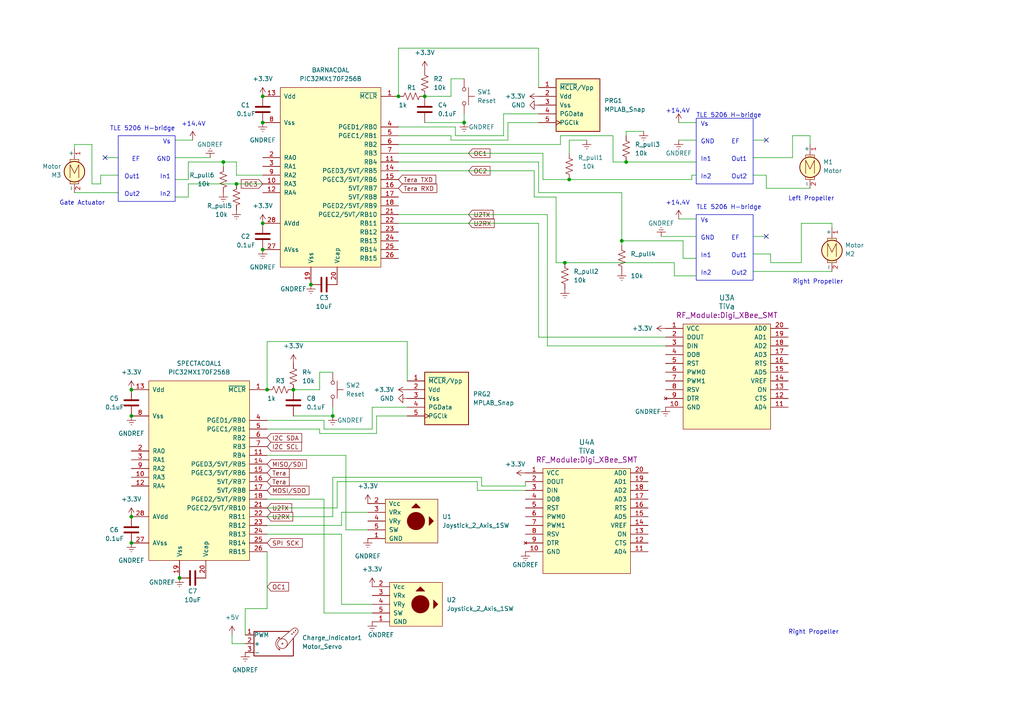
<source format=kicad_sch>
(kicad_sch (version 20230121) (generator eeschema)
  (paper "A4")
  (lib_symbols
    (symbol "ME218_BaseLib:Cap" (pin_numbers hide) (pin_names (offset 0.254))
      (property "Reference" "C" (at 0.635 2.54 0))
      (property "Value" "Cap" (at 0.635 -2.54 0))
      (symbol "Cap_0_1"
        (polyline (pts (xy -2.032 -0.762) (xy 2.032 -0.762)) (stroke (width 0.508)))
        (polyline (pts (xy -2.032 0.762) (xy 2.032 0.762)) (stroke (width 0.508)))
      )
      (symbol "Cap_1_1"
        (pin passive line (at 0 3.81 270) (length 2.794) (name "~") (number "1"))
        (pin passive line (at 0 -3.81 90) (length 2.794) (name "~") (number "2"))
      )
    )
    (symbol "ME218_BaseLib:Joystick_2_Axis_1SW" (pin_names (offset 1.016))
      (property "Reference" "U" (at -7.62 6.35 0))
      (property "Value" "Joystick_2_Axis_1SW" (at -1.27 -8.89 0))
      (symbol "Joystick_2_Axis_1SW_0_1"
        (rectangle (start -8.89 5.08) (end 6.35 -7.62) (fill (type background)))
        (circle (center 0 -1.27) (radius 2.54) (fill (type outline)))
        (polyline (pts (xy 0 2.54) (xy -1.27 2.54) (xy 0 3.81) (xy 1.27 2.54) (xy 0 2.54)) (fill (type outline)))
        (polyline (pts (xy 3.81 -1.27) (xy 3.81 0) (xy 5.08 -1.27) (xy 3.81 -2.54) (xy 3.81 -1.27)) (fill (type outline)))
      )
      (symbol "Joystick_2_Axis_1SW_1_1"
        (pin power_in line (at -13.97 -6.35 0) (length 5.08) (name "GND") (number "1"))
        (pin power_in line (at -13.97 3.81 0) (length 5.08) (name "Vcc") (number "2"))
        (pin input line (at -13.97 1.27 0) (length 5.08) (name "VRx") (number "3"))
        (pin input line (at -13.97 -1.27 0) (length 5.08) (name "VRy") (number "4"))
        (pin input line (at -13.97 -3.81 0) (length 5.08) (name "SW") (number "5"))
      )
    )
    (symbol "ME218_BaseLib:MPLAB_Snap" (pin_names (offset 1.016))
      (property "Reference" "PRG" (at 0 8.89 0))
      (property "Value" "MPLAB_Snap" (at 8.89 1.27 90))
      (symbol "MPLAB_Snap_0_1"
        (rectangle (start -6.35 7.62) (end 6.35 -7.62) (stroke (width 0.254)) (fill (type background)))
      )
      (symbol "MPLAB_Snap_1_1"
        (pin output line (at -11.43 5.08 0) (length 5.08) (name "~{MCLR}/Vpp") (number "1"))
        (pin input line (at -11.43 2.54 0) (length 5.08) (name "Vdd") (number "2"))
        (pin input line (at -11.43 0 0) (length 5.08) (name "Vss") (number "3"))
        (pin bidirectional line (at -11.43 -2.54 0) (length 5.08) (name "PGData") (number "4"))
        (pin output clock (at -11.43 -5.08 0) (length 5.08) (name "PGClk") (number "5"))
        (pin no_connect line (at -2.54 -11.43 0) (length 5.08) hide (name "NC") (number "6"))
        (pin no_connect line (at -2.54 -13.97 0) (length 5.08) hide (name "NC") (number "7"))
        (pin no_connect line (at -2.54 -16.51 0) (length 5.08) hide (name "NC") (number "8"))
      )
    )
    (symbol "ME218_BaseLib:Motor" (pin_names (offset 0))
      (property "Reference" "M" (at 2.54 2.54 0))
      (property "Value" "Motor" (at 2.54 -5.08 0))
      (symbol "Motor_0_0"
        (circle (center 0 -1.524) (radius 2.9718) (stroke (width 0.254)) (fill (type background)))
        (polyline (pts (xy -1.27 -4.318) (xy -1.27 -5.08) (xy 1.27 -5.08) (xy 1.27 -4.318)) (fill (type background)))
        (polyline (pts (xy -1.27 1.27) (xy -1.27 2.032) (xy 1.27 2.032) (xy 1.27 1.27)) (fill (type background)))
        (polyline (pts (xy -1.27 -3.302) (xy -1.27 0.508) (xy 0 -2.032) (xy 1.27 0.508) (xy 1.27 -3.302)))
      )
      (symbol "Motor_0_1"
        (polyline (pts (xy 0 2.032) (xy 0 2.54)))
      )
      (symbol "Motor_1_1"
        (pin passive line (at 0 5.08 270) (length 2.54) (name "+") (number "1"))
        (pin passive line (at 0 -7.62 90) (length 2.54) (name "-") (number "2"))
      )
    )
    (symbol "ME218_BaseLib:Motor_Servo" (pin_names (offset 0.0254))
      (property "Reference" "M" (at -5.08 4.445 0))
      (property "Value" "Motor_Servo" (at -5.08 -4.064 0))
      (symbol "Motor_Servo_0_1"
        (polyline (pts (xy 2.413 -1.778) (xy 2.032 -1.778)))
        (polyline (pts (xy 2.413 -1.778) (xy 2.286 -1.397)))
        (polyline (pts (xy 2.413 1.778) (xy 1.905 1.778)))
        (polyline (pts (xy 2.413 1.778) (xy 2.286 1.397)))
        (polyline (pts (xy 6.35 4.445) (xy 2.54 1.27)))
        (polyline (pts (xy 7.62 3.175) (xy 4.191 -1.016)))
        (polyline (pts (xy 5.08 3.556) (xy -5.08 3.556) (xy -5.08 -3.556) (xy 6.35 -3.556) (xy 6.35 1.524)) (stroke (width 0.254)))
        (arc (start 2.413 1.778) (mid 1.2406 0) (end 2.413 -1.778))
        (circle (center 3.175 0) (radius 0.1778))
        (circle (center 3.175 0) (radius 1.4224))
        (circle (center 5.969 2.794) (radius 0.127))
        (circle (center 6.477 3.302) (radius 0.127))
        (circle (center 6.985 3.81) (radius 0.127))
        (arc (start 7.62 3.175) (mid 7.4485 4.2735) (end 6.35 4.445))
      )
      (symbol "Motor_Servo_1_1"
        (pin passive line (at -7.62 2.54 0) (length 2.54) (name "PWM") (number "1"))
        (pin passive line (at -7.62 0 0) (length 2.54) (name "+") (number "2"))
        (pin passive line (at -7.62 -2.54 0) (length 2.54) (name "-") (number "3"))
      )
    )
    (symbol "ME218_BaseLib:PIC32MX170F256B" (pin_names (offset 1.016))
      (property "Reference" "U" (at -20.32 25.4 0))
      (property "Value" "PIC32MX170F256B" (at -7.62 25.4 0))
      (symbol "PIC32MX170F256B_0_1"
        (rectangle (start -21.59 24.13) (end 7.62 -27.94) (fill (type background)))
      )
      (symbol "PIC32MX170F256B_1_1"
        (pin input line (at 12.7 21.59 180) (length 5.08) (name "~{MCLR}") (number "1"))
        (pin bidirectional line (at -26.67 -3.81 0) (length 5.08) (name "RA3") (number "10"))
        (pin bidirectional line (at 12.7 2.54 180) (length 5.08) (name "RB4") (number "11"))
        (pin bidirectional line (at -26.67 -6.35 0) (length 5.08) (name "RA4") (number "12"))
        (pin power_in line (at -26.67 21.59 0) (length 5.08) (name "Vdd") (number "13"))
        (pin bidirectional line (at 12.7 0 180) (length 5.08) (name "PGED3/5VT/RB5") (number "14"))
        (pin bidirectional line (at 12.7 -2.54 180) (length 5.08) (name "PGEC3/5VT/RB6") (number "15"))
        (pin bidirectional line (at 12.7 -5.08 180) (length 5.08) (name "5VT/RB7") (number "16"))
        (pin bidirectional line (at 12.7 -7.62 180) (length 5.08) (name "5VT/RB8") (number "17"))
        (pin bidirectional line (at 12.7 -10.16 180) (length 5.08) (name "PGED2/5VT/RB9") (number "18"))
        (pin power_in line (at -12.7 -33.02 90) (length 5.08) (name "Vss") (number "19"))
        (pin bidirectional line (at -26.67 3.81 0) (length 5.08) (name "RA0") (number "2"))
        (pin input line (at -5.08 -33.02 90) (length 5.08) (name "Vcap") (number "20"))
        (pin bidirectional line (at 12.7 -12.7 180) (length 5.08) (name "PGEC2/5VT/RB10") (number "21"))
        (pin bidirectional line (at 12.7 -15.24 180) (length 5.08) (name "RB11") (number "22"))
        (pin bidirectional line (at 12.7 -17.78 180) (length 5.08) (name "RB12") (number "23"))
        (pin bidirectional line (at 12.7 -20.32 180) (length 5.08) (name "RB13") (number "24"))
        (pin bidirectional line (at 12.7 -22.86 180) (length 5.08) (name "RB14") (number "25"))
        (pin bidirectional line (at 12.7 -25.4 180) (length 5.08) (name "RB15") (number "26"))
        (pin power_in line (at -26.67 -22.86 0) (length 5.08) (name "AVss") (number "27"))
        (pin power_in line (at -26.67 -15.24 0) (length 5.08) (name "AVdd") (number "28"))
        (pin bidirectional line (at -26.67 1.27 0) (length 5.08) (name "RA1") (number "3"))
        (pin bidirectional line (at 12.7 12.7 180) (length 5.08) (name "PGED1/RB0") (number "4"))
        (pin bidirectional line (at 12.7 10.16 180) (length 5.08) (name "PGEC1/RB1") (number "5"))
        (pin bidirectional line (at 12.7 7.62 180) (length 5.08) (name "RB2") (number "6"))
        (pin bidirectional line (at 12.7 5.08 180) (length 5.08) (name "RB3") (number "7"))
        (pin power_in line (at -26.67 13.97 0) (length 5.08) (name "Vss") (number "8"))
        (pin bidirectional line (at -26.67 -1.27 0) (length 5.08) (name "RA2") (number "9"))
      )
    )
    (symbol "ME218_BaseLib:Res1" (pin_numbers hide) (pin_names (offset 0))
      (property "Reference" "R" (at 2.54 0 90))
      (property "Value" "Res1" (at -2.54 0 90))
      (symbol "Res1_0_1"
        (polyline (pts (xy 0 -2.286) (xy 0 -2.54)))
        (polyline (pts (xy 0 2.286) (xy 0 2.54)))
        (polyline (pts (xy 0 -0.762) (xy 1.016 -1.143) (xy 0 -1.524) (xy -1.016 -1.905) (xy 0 -2.286)))
        (polyline (pts (xy 0 0.762) (xy 1.016 0.381) (xy 0 0) (xy -1.016 -0.381) (xy 0 -0.762)))
        (polyline (pts (xy 0 2.286) (xy 1.016 1.905) (xy 0 1.524) (xy -1.016 1.143) (xy 0 0.762)))
      )
      (symbol "Res1_1_1"
        (pin passive line (at 0 3.81 270) (length 1.27) (name "~") (number "1"))
        (pin passive line (at 0 -3.81 90) (length 1.27) (name "~") (number "2"))
      )
    )
    (symbol "ME218_BaseLib:SW-PB" (pin_numbers hide) (pin_names (offset 1.016) hide)
      (property "Reference" "SW" (at 1.27 2.54 0))
      (property "Value" "SW-PB" (at 0 -1.524 0))
      (symbol "SW-PB_0_1"
        (circle (center -2.032 0) (radius 0.508))
        (polyline (pts (xy 0 1.27) (xy 0 3.048)))
        (polyline (pts (xy 2.54 1.27) (xy -2.54 1.27)))
        (circle (center 2.032 0) (radius 0.508))
        (pin passive line (at -5.08 0 0) (length 2.54) (name "1") (number "1"))
        (pin passive line (at 5.08 0 180) (length 2.54) (name "2") (number "2"))
      )
    )
    (symbol "Res1_4" (pin_numbers hide) (pin_names (offset 0))
      (property "Reference" "R" (at 2.54 0 90))
      (property "Value" "Res1" (at -2.54 0 90))
      (symbol "Res1_4_0_1"
        (polyline (pts (xy 0 -2.286) (xy 0 -2.54)))
        (polyline (pts (xy 0 2.286) (xy 0 2.54)))
        (polyline (pts (xy 0 -0.762) (xy 1.016 -1.143) (xy 0 -1.524) (xy -1.016 -1.905) (xy 0 -2.286)))
        (polyline (pts (xy 0 0.762) (xy 1.016 0.381) (xy 0 0) (xy -1.016 -0.381) (xy 0 -0.762)))
        (polyline (pts (xy 0 2.286) (xy 1.016 1.905) (xy 0 1.524) (xy -1.016 1.143) (xy 0 0.762)))
      )
      (symbol "Res1_4_1_1"
        (pin passive line (at 0 3.81 270) (length 1.27) (name "~") (number "1"))
        (pin passive line (at 0 -3.81 90) (length 1.27) (name "~") (number "2"))
      )
    )
    (symbol "TiVa_1" (pin_names (offset 1.016))
      (property "Reference" "U3" (at 0 24.13 0))
      (property "Value" "TiVa" (at 0 21.59 0))
      (property "Footprint" "RF_Module:Digi_XBee_SMT" (at 0 19.05 0))
      (symbol "TiVa_1_0_1"
        (rectangle (start -12.7 16.51) (end 12.7 -13.97) (fill (type background)))
      )
      (symbol "TiVa_1_1_1"
        (pin tri_state line (at -17.78 15.24 0) (length 5.08) (name "VCC") (number "1"))
        (pin power_out line (at -17.78 -7.62 0) (length 5.08) (name "GND") (number "10"))
        (pin tri_state line (at 17.78 -7.62 180) (length 5.08) (name "AD4") (number "11"))
        (pin tri_state line (at 17.78 -5.08 180) (length 5.08) (name "CTS") (number "12"))
        (pin tri_state line (at 17.78 -2.54 180) (length 5.08) (name "ON") (number "13"))
        (pin tri_state line (at 17.78 0 180) (length 5.08) (name "VREF") (number "14"))
        (pin tri_state line (at 17.78 2.54 180) (length 5.08) (name "AD5") (number "15"))
        (pin tri_state line (at 17.78 5.08 180) (length 5.08) (name "RTS") (number "16"))
        (pin tri_state line (at 17.78 7.62 180) (length 5.08) (name "AD3") (number "17"))
        (pin tri_state line (at 17.78 10.16 180) (length 5.08) (name "AD2") (number "18"))
        (pin tri_state line (at 17.78 12.7 180) (length 5.08) (name "AD1") (number "19"))
        (pin tri_state line (at -17.78 12.7 0) (length 5.08) (name "DOUT") (number "2"))
        (pin tri_state line (at 17.78 15.24 180) (length 5.08) (name "AD0") (number "20"))
        (pin tri_state line (at -17.78 10.16 0) (length 5.08) (name "DIN") (number "3"))
        (pin tri_state line (at -17.78 7.62 0) (length 5.08) (name "DO8") (number "4"))
        (pin tri_state line (at -17.78 5.08 0) (length 5.08) (name "RST") (number "5"))
        (pin tri_state line (at -17.78 2.54 0) (length 5.08) (name "PWM0") (number "6"))
        (pin tri_state line (at -17.78 0 0) (length 5.08) (name "PWM1") (number "7"))
        (pin tri_state line (at -17.78 -2.54 0) (length 5.08) (name "RSV") (number "8"))
        (pin no_connect line (at -17.78 -5.08 0) (length 5.08) (name "DTR") (number "9"))
      )
      (symbol "TiVa_1_2_1"
        (pin no_connect line (at -17.78 15.24 0) (length 5.08) (name "NC") (number "1"))
        (pin power_out line (at -17.78 -7.62 0) (length 5.08) (name "PF3") (number "10"))
        (pin tri_state line (at -17.78 -10.16 0) (length 5.08) (name "PF2") (number "11"))
        (pin no_connect line (at -17.78 -12.7 0) (length 5.08) (name "NC") (number "12"))
        (pin no_connect line (at 17.78 -12.7 180) (length 5.08) (name "NC") (number "13"))
        (pin tri_state line (at 17.78 -10.16 180) (length 5.08) (name "PF1") (number "14"))
        (pin tri_state line (at 17.78 -7.62 180) (length 5.08) (name "PF0") (number "15"))
        (pin tri_state line (at 17.78 -5.08 180) (length 5.08) (name "PD7") (number "16"))
        (pin tri_state line (at 17.78 -2.54 180) (length 5.08) (name "PD6") (number "17"))
        (pin no_connect line (at 17.78 0 180) (length 5.08) (name "NC") (number "18"))
        (pin no_connect line (at 17.78 2.54 180) (length 5.08) (name "NC") (number "19"))
        (pin power_in line (at -17.78 12.7 0) (length 5.08) (name "GND") (number "2"))
        (pin no_connect line (at 17.78 15.24 180) (length 5.08) (name "NC") (number "20"))
        (pin tri_state line (at 17.78 5.08 180) (length 5.08) (name "PD3") (number "20"))
        (pin tri_state line (at 17.78 7.62 180) (length 5.08) (name "PD2") (number "21"))
        (pin tri_state line (at 17.78 10.16 180) (length 5.08) (name "PD1") (number "22"))
        (pin tri_state line (at 17.78 12.7 180) (length 5.08) (name "PD0") (number "23"))
        (pin tri_state line (at -17.78 10.16 0) (length 5.08) (name "PE0") (number "3"))
        (pin tri_state line (at -17.78 7.62 0) (length 5.08) (name "PE1") (number "4"))
        (pin tri_state line (at -17.78 5.08 0) (length 5.08) (name "PE2") (number "5"))
        (pin tri_state line (at -17.78 2.54 0) (length 5.08) (name "PE3") (number "6"))
        (pin tri_state line (at -17.78 0 0) (length 5.08) (name "PE4") (number "7"))
        (pin tri_state line (at -17.78 -2.54 0) (length 5.08) (name "PE5") (number "8"))
        (pin tri_state line (at -17.78 -5.08 0) (length 5.08) (name "PF4") (number "9"))
      )
    )
    (symbol "power:+15V" (power) (pin_names (offset 0))
      (property "Value" "+15V" (at 0 3.556 0))
      (symbol "+15V_0_1"
        (polyline (pts (xy -0.762 1.27) (xy 0 2.54)))
        (polyline (pts (xy 0 0) (xy 0 2.54)))
        (polyline (pts (xy 0 2.54) (xy 0.762 1.27)))
      )
      (symbol "+15V_1_1"
        (pin power_in line (at 0 0 90) (length 0) hide (name "+15V") (number "1"))
      )
    )
    (symbol "power:+3.3V" (power) (pin_names (offset 0))
      (property "Value" "+3.3V" (at 0 3.556 0))
      (symbol "+3.3V_0_1"
        (polyline (pts (xy -0.762 1.27) (xy 0 2.54)))
        (polyline (pts (xy 0 0) (xy 0 2.54)))
        (polyline (pts (xy 0 2.54) (xy 0.762 1.27)))
      )
      (symbol "+3.3V_1_1"
        (pin power_in line (at 0 0 90) (length 0) hide (name "+3.3V") (number "1"))
      )
    )
    (symbol "power:+5V" (power) (pin_names (offset 0))
      (property "Value" "+5V" (at 0 3.556 0))
      (symbol "+5V_0_1"
        (polyline (pts (xy -0.762 1.27) (xy 0 2.54)))
        (polyline (pts (xy 0 0) (xy 0 2.54)))
        (polyline (pts (xy 0 2.54) (xy 0.762 1.27)))
      )
      (symbol "+5V_1_1"
        (pin power_in line (at 0 0 90) (length 0) hide (name "+5V") (number "1"))
      )
    )
    (symbol "power:GND" (power) (pin_names (offset 0))
      (property "Value" "GND" (at 0 -3.81 0))
      (symbol "GND_0_1"
        (polyline (pts (xy 0 0) (xy 0 -1.27) (xy 1.27 -1.27) (xy 0 -2.54) (xy -1.27 -1.27) (xy 0 -1.27)))
      )
      (symbol "GND_1_1"
        (pin power_in line (at 0 0 270) (length 0) hide (name "GND") (number "1"))
      )
    )
    (symbol "power:GNDREF" (power) (pin_names (offset 0))
      (property "Value" "GNDREF" (at 0 -3.81 0))
      (symbol "GNDREF_0_1"
        (polyline (pts (xy -0.635 -1.905) (xy 0.635 -1.905)))
        (polyline (pts (xy -0.127 -2.54) (xy 0.127 -2.54)))
        (polyline (pts (xy 0 -1.27) (xy 0 0)))
        (polyline (pts (xy 1.27 -1.27) (xy -1.27 -1.27)))
      )
      (symbol "GNDREF_1_1"
        (pin power_in line (at 0 0 270) (length 0) hide (name "GNDREF") (number "1"))
      )
    )
  )
  (junction (at 38.1 157.48))
  (junction (at 163.83 76.2))
  (junction (at 96.52 120.65))
  (junction (at 52.07 167.64))
  (junction (at 68.58 53.34))
  (junction (at 165.1 52.07))
  (junction (at 38.1 113.03))
  (junction (at 134.62 35.56))
  (junction (at 76.2 64.77))
  (junction (at 181.61 46.99))
  (junction (at 76.2 27.94))
  (junction (at 90.17 82.55))
  (junction (at 123.19 27.94))
  (junction (at 180.34 69.85))
  (junction (at 38.1 120.65))
  (junction (at 76.2 72.39))
  (junction (at 77.47 113.03))
  (junction (at 64.77 46.99))
  (junction (at 38.1 149.86))
  (junction (at 85.09 113.03))
  (junction (at 76.2 35.56))
  (junction (at 115.57 27.94))
  (no_connect (at 222.25 68.58))
  (no_connect (at 222.25 40.64))
  (no_connect (at 30.48 45.72))
  (wire (pts (xy 34.29 45.72) (xy 30.48 45.72)))
  (wire (pts (xy 99.06 154.94) (xy 99.06 175.26)))
  (wire (pts (xy 132.08 39.37) (xy 146.05 39.37)))
  (wire (pts (xy 107.95 177.8) (xy 93.98 177.8)))
  (wire (pts (xy 115.57 49.53) (xy 154.94 49.53)))
  (wire (pts (xy 180.34 69.85) (xy 198.12 69.85)))
  (wire (pts (xy 109.22 120.65) (xy 118.11 120.65)))
  (wire (pts (xy 218.44 50.8) (xy 222.25 50.8)))
  (wire (pts (xy 195.58 76.2) (xy 195.58 80.01)))
  (wire (pts (xy 165.1 52.07) (xy 157.48 52.07)))
  (wire (pts (xy 68.58 53.34) (xy 76.2 53.34)))
  (wire (pts (xy 29.21 53.34) (xy 26.67 53.34)))
  (wire (pts (xy 54.61 52.07) (xy 50.8 52.07)))
  (wire (pts (xy 97.79 147.32) (xy 97.79 139.7)))
  (wire (pts (xy 130.81 39.37) (xy 130.81 40.64)))
  (wire (pts (xy 115.57 41.91) (xy 162.56 41.91)))
  (wire (pts (xy 234.95 54.61) (xy 222.25 54.61)))
  (wire (pts (xy 92.71 107.95) (xy 96.52 107.95)))
  (wire (pts (xy 223.52 76.2) (xy 223.52 73.66)))
  (wire (pts (xy 146.05 39.37) (xy 146.05 33.02)))
  (wire (pts (xy 196.85 35.56) (xy 201.93 35.56)))
  (wire (pts (xy 162.56 39.37) (xy 177.8 39.37)))
  (wire (pts (xy 123.19 27.94) (xy 130.81 27.94)))
  (wire (pts (xy 196.85 40.64) (xy 201.93 40.64)))
  (wire (pts (xy 77.47 113.03) (xy 77.47 99.06)))
  (wire (pts (xy 77.47 99.06) (xy 118.11 99.06)))
  (wire (pts (xy 21.59 41.91) (xy 26.67 41.91)))
  (wire (pts (xy 234.95 39.37) (xy 229.87 39.37)))
  (wire (pts (xy 68.58 50.8) (xy 68.58 46.99)))
  (wire (pts (xy 60.96 45.72) (xy 50.8 45.72)))
  (wire (pts (xy 218.44 73.66) (xy 223.52 73.66)))
  (wire (pts (xy 163.83 76.2) (xy 195.58 76.2)))
  (wire (pts (xy 138.43 139.7) (xy 138.43 142.24)))
  (wire (pts (xy 191.77 68.58) (xy 201.93 68.58)))
  (wire (pts (xy 198.12 74.93) (xy 201.93 74.93)))
  (wire (pts (xy 107.95 124.46) (xy 107.95 118.11)))
  (wire (pts (xy 71.12 176.53) (xy 71.12 184.15)))
  (wire (pts (xy 54.61 53.34) (xy 54.61 57.15)))
  (wire (pts (xy 165.1 40.64) (xy 170.18 40.64)))
  (wire (pts (xy 92.71 113.03) (xy 92.71 107.95)))
  (wire (pts (xy 232.41 76.2) (xy 232.41 64.77)))
  (wire (pts (xy 26.67 53.34) (xy 26.67 41.91)))
  (wire (pts (xy 200.66 52.07) (xy 200.66 50.8)))
  (wire (pts (xy 99.06 152.4) (xy 99.06 148.59)))
  (wire (pts (xy 161.29 57.15) (xy 161.29 76.2)))
  (wire (pts (xy 106.68 153.67) (xy 100.33 153.67)))
  (wire (pts (xy 34.29 50.8) (xy 29.21 50.8)))
  (wire (pts (xy 130.81 40.64) (xy 147.32 40.64)))
  (wire (pts (xy 165.1 40.64) (xy 165.1 44.45)))
  (wire (pts (xy 138.43 142.24) (xy 152.4 142.24)))
  (wire (pts (xy 223.52 76.2) (xy 232.41 76.2)))
  (wire (pts (xy 162.56 41.91) (xy 162.56 39.37)))
  (wire (pts (xy 241.3 64.77) (xy 232.41 64.77)))
  (wire (pts (xy 218.44 68.58) (xy 222.25 68.58)))
  (wire (pts (xy 109.22 125.73) (xy 109.22 120.65)))
  (wire (pts (xy 77.47 176.53) (xy 71.12 176.53)))
  (wire (pts (xy 156.21 55.88) (xy 180.34 55.88)))
  (wire (pts (xy 115.57 27.94) (xy 115.57 13.97)))
  (wire (pts (xy 92.71 124.46) (xy 92.71 125.73)))
  (wire (pts (xy 97.79 139.7) (xy 138.43 139.7)))
  (wire (pts (xy 241.3 66.04) (xy 241.3 64.77)))
  (wire (pts (xy 107.95 118.11) (xy 118.11 118.11)))
  (wire (pts (xy 67.31 184.15) (xy 67.31 186.69)))
  (wire (pts (xy 21.59 43.18) (xy 21.59 41.91)))
  (wire (pts (xy 154.94 49.53) (xy 154.94 57.15)))
  (wire (pts (xy 157.48 44.45) (xy 115.57 44.45)))
  (wire (pts (xy 218.44 40.64) (xy 222.25 40.64)))
  (wire (pts (xy 196.85 63.5) (xy 201.93 63.5)))
  (wire (pts (xy 195.58 80.01) (xy 201.93 80.01)))
  (wire (pts (xy 115.57 64.77) (xy 156.21 64.77)))
  (wire (pts (xy 85.09 113.03) (xy 92.71 113.03)))
  (wire (pts (xy 180.34 71.12) (xy 180.34 69.85)))
  (wire (pts (xy 92.71 125.73) (xy 109.22 125.73)))
  (wire (pts (xy 147.32 35.56) (xy 156.21 35.56)))
  (wire (pts (xy 154.94 57.15) (xy 161.29 57.15)))
  (wire (pts (xy 156.21 64.77) (xy 156.21 97.79)))
  (wire (pts (xy 139.7 140.97) (xy 152.4 140.97)))
  (wire (pts (xy 181.61 39.37) (xy 181.61 38.1)))
  (wire (pts (xy 64.77 46.99) (xy 54.61 46.99)))
  (wire (pts (xy 93.98 177.8) (xy 93.98 144.78)))
  (wire (pts (xy 222.25 54.61) (xy 222.25 50.8)))
  (wire (pts (xy 139.7 138.43) (xy 139.7 140.97)))
  (wire (pts (xy 165.1 52.07) (xy 200.66 52.07)))
  (wire (pts (xy 55.88 40.64) (xy 50.8 40.64)))
  (wire (pts (xy 161.29 76.2) (xy 163.83 76.2)))
  (wire (pts (xy 115.57 62.23) (xy 158.75 62.23)))
  (wire (pts (xy 34.29 55.88) (xy 21.59 55.88)))
  (wire (pts (xy 77.47 147.32) (xy 97.79 147.32)))
  (wire (pts (xy 93.98 121.92) (xy 93.98 124.46)))
  (wire (pts (xy 29.21 53.34) (xy 29.21 50.8)))
  (wire (pts (xy 177.8 39.37) (xy 177.8 46.99)))
  (wire (pts (xy 123.19 35.56) (xy 134.62 35.56)))
  (wire (pts (xy 77.47 160.02) (xy 77.47 176.53)))
  (wire (pts (xy 158.75 100.33) (xy 193.04 100.33)))
  (wire (pts (xy 177.8 46.99) (xy 181.61 46.99)))
  (wire (pts (xy 54.61 57.15) (xy 50.8 57.15)))
  (wire (pts (xy 99.06 148.59) (xy 106.68 148.59)))
  (wire (pts (xy 96.52 149.86) (xy 96.52 138.43)))
  (wire (pts (xy 77.47 152.4) (xy 99.06 152.4)))
  (wire (pts (xy 77.47 149.86) (xy 96.52 149.86)))
  (wire (pts (xy 100.33 153.67) (xy 100.33 132.08)))
  (wire (pts (xy 130.81 22.86) (xy 134.62 22.86)))
  (wire (pts (xy 77.47 121.92) (xy 93.98 121.92)))
  (wire (pts (xy 134.62 33.02) (xy 134.62 35.56)))
  (wire (pts (xy 93.98 144.78) (xy 77.47 144.78)))
  (wire (pts (xy 198.12 69.85) (xy 198.12 74.93)))
  (wire (pts (xy 146.05 33.02) (xy 156.21 33.02)))
  (wire (pts (xy 118.11 99.06) (xy 118.11 110.49)))
  (wire (pts (xy 218.44 45.72) (xy 229.87 45.72)))
  (wire (pts (xy 147.32 40.64) (xy 147.32 35.56)))
  (wire (pts (xy 229.87 39.37) (xy 229.87 45.72)))
  (wire (pts (xy 152.4 140.97) (xy 152.4 139.7)))
  (wire (pts (xy 234.95 41.91) (xy 234.95 39.37)))
  (wire (pts (xy 54.61 53.34) (xy 68.58 53.34)))
  (wire (pts (xy 132.08 36.83) (xy 132.08 39.37)))
  (wire (pts (xy 77.47 124.46) (xy 92.71 124.46)))
  (wire (pts (xy 96.52 118.11) (xy 96.52 120.65)))
  (wire (pts (xy 115.57 39.37) (xy 130.81 39.37)))
  (wire (pts (xy 158.75 62.23) (xy 158.75 100.33)))
  (wire (pts (xy 115.57 36.83) (xy 132.08 36.83)))
  (wire (pts (xy 115.57 46.99) (xy 156.21 46.99)))
  (wire (pts (xy 76.2 50.8) (xy 68.58 50.8)))
  (wire (pts (xy 67.31 186.69) (xy 71.12 186.69)))
  (wire (pts (xy 77.47 154.94) (xy 99.06 154.94)))
  (wire (pts (xy 99.06 175.26) (xy 107.95 175.26)))
  (wire (pts (xy 64.77 48.26) (xy 64.77 46.99)))
  (wire (pts (xy 96.52 138.43) (xy 139.7 138.43)))
  (wire (pts (xy 180.34 55.88) (xy 180.34 69.85)))
  (wire (pts (xy 181.61 46.99) (xy 201.93 46.99)))
  (wire (pts (xy 68.58 46.99) (xy 64.77 46.99)))
  (wire (pts (xy 200.66 50.8) (xy 201.93 50.8)))
  (wire (pts (xy 218.44 78.74) (xy 241.3 78.74)))
  (wire (pts (xy 156.21 13.97) (xy 156.21 25.4)))
  (wire (pts (xy 85.09 120.65) (xy 96.52 120.65)))
  (wire (pts (xy 93.98 124.46) (xy 107.95 124.46)))
  (wire (pts (xy 156.21 46.99) (xy 156.21 55.88)))
  (wire (pts (xy 54.61 46.99) (xy 54.61 52.07)))
  (wire (pts (xy 181.61 38.1) (xy 186.69 38.1)))
  (wire (pts (xy 157.48 52.07) (xy 157.48 44.45)))
  (wire (pts (xy 130.81 27.94) (xy 130.81 22.86)))
  (wire (pts (xy 100.33 132.08) (xy 77.47 132.08)))
  (wire (pts (xy 115.57 13.97) (xy 156.21 13.97)))
  (wire (pts (xy 156.21 97.79) (xy 193.04 97.79)))
  (rectangle (start 201.93 34.29) (end 218.44 53.34))
  (rectangle (start 34.29 58.42) (end 50.8 39.37))
  (rectangle (start 201.93 62.23) (end 218.44 81.28))
  (text "In2" (at 203.2 80.01 0) (effects (font (size 1.27 1.27)) (justify left bottom)))
  (text "Vs" (at 203.2 36.83 0) (effects (font (size 1.27 1.27)) (justify left bottom)))
  (text "+14.4V\n" (at 59.69 36.83 0) (effects (font (size 1.27 1.27)) (justify right bottom)))
  (text "Gate Actuator" (at 30.48 59.69 0) (effects (font (size 1.27 1.27)) (justify right bottom)))
  (text "Vs" (at 203.2 64.77 0) (effects (font (size 1.27 1.27)) (justify left bottom)))
  (text "In2" (at 49.53 57.15 0) (effects (font (size 1.27 1.27)) (justify right bottom)))
  (text "In1" (at 203.2 46.99 0) (effects (font (size 1.27 1.27)) (justify left bottom)))
  (text "TLE 5206 H-bridge\n" (at 201.93 34.29 0) (effects (font (size 1.27 1.27)) (justify left bottom)))
  (text "EF" (at 212.09 41.91 0) (effects (font (size 1.27 1.27)) (justify left bottom)))
  (text "TLE 5206 H-bridge\n" (at 201.93 60.96 0) (effects (font (size 1.27 1.27)) (justify left bottom)))
  (text "In1" (at 203.2 74.93 0) (effects (font (size 1.27 1.27)) (justify left bottom)))
  (text "Out1" (at 40.64 52.07 0) (effects (font (size 1.27 1.27)) (justify right bottom)))
  (text "Out2\n" (at 40.64 57.15 0) (effects (font (size 1.27 1.27)) (justify right bottom)))
  (text "+14.4V\n" (at 193.04 33.02 0) (effects (font (size 1.27 1.27)) (justify left bottom)))
  (text "Left Propeller" (at 228.6 58.42 0) (effects (font (size 1.27 1.27)) (justify left bottom)))
  (text "Vs" (at 49.53 41.91 0) (effects (font (size 1.27 1.27)) (justify right bottom)))
  (text "In1" (at 49.53 52.07 0) (effects (font (size 1.27 1.27)) (justify right bottom)))
  (text "GND" (at 203.2 41.91 0) (effects (font (size 1.27 1.27)) (justify left bottom)))
  (text "+14.4V\n" (at 193.04 59.69 0) (effects (font (size 1.27 1.27)) (justify left bottom)))
  (text "TLE 5206 H-bridge\n" (at 50.8 38.1 0) (effects (font (size 1.27 1.27)) (justify right bottom)))
  (text "GND" (at 203.2 69.85 0) (effects (font (size 1.27 1.27)) (justify left bottom)))
  (text "Right Propeller" (at 229.87 82.55 0) (effects (font (size 1.27 1.27)) (justify left bottom)))
  (text "GND" (at 49.53 46.99 0) (effects (font (size 1.27 1.27)) (justify right bottom)))
  (text "EF" (at 40.64 46.99 0) (effects (font (size 1.27 1.27)) (justify right bottom)))
  (text "Right Propeller" (at 228.6 184.15 0) (effects (font (size 1.27 1.27)) (justify left bottom)))
  (text "EF" (at 212.09 69.85 0) (effects (font (size 1.27 1.27)) (justify left bottom)))
  (text "Out1" (at 212.09 46.99 0) (effects (font (size 1.27 1.27)) (justify left bottom)))
  (text "Out2\n" (at 212.09 80.01 0) (effects (font (size 1.27 1.27)) (justify left bottom)))
  (text "Out1" (at 212.09 74.93 0) (effects (font (size 1.27 1.27)) (justify left bottom)))
  (text "In2" (at 203.2 52.07 0) (effects (font (size 1.27 1.27)) (justify left bottom)))
  (text "Out2\n" (at 212.09 52.07 0) (effects (font (size 1.27 1.27)) (justify left bottom)))
  (global_label "SPI SCK" (shape input) (at 77.47 157.48 0) (property "Intersheetrefs" "${INTERSHEET_REFS}" (effects hide)))
  (global_label "OC1" (shape input) (at 135.89 44.45 0) (property "Intersheetrefs" "${INTERSHEET_REFS}" (effects hide)))
  (global_label "OC1" (shape input) (at 77.47 170.18 0) (property "Intersheetrefs" "${INTERSHEET_REFS}" (effects hide)))
  (global_label "OC3" (shape input) (at 76.2 53.34 180) (property "Intersheetrefs" "${INTERSHEET_REFS}" (effects hide)))
  (global_label "Tera" (shape input) (at 77.47 137.16 0) (property "Intersheetrefs" "${INTERSHEET_REFS}" (effects hide)))
  (global_label "Tera TXD" (shape input) (at 115.57 52.07 0) (property "Intersheetrefs" "${INTERSHEET_REFS}" (effects hide)))
  (global_label "OC2" (shape input) (at 135.89 49.53 0) (property "Intersheetrefs" "${INTERSHEET_REFS}" (effects hide)))
  (global_label "U2TX" (shape input) (at 77.47 147.32 0) (property "Intersheetrefs" "${INTERSHEET_REFS}" (effects hide)))
  (global_label "U2TX" (shape input) (at 135.89 62.23 0) (property "Intersheetrefs" "${INTERSHEET_REFS}" (effects hide)))
  (global_label "I2C SCL" (shape input) (at 77.47 129.54 0) (property "Intersheetrefs" "${INTERSHEET_REFS}" (effects hide)))
  (global_label "I2C SDA" (shape input) (at 77.47 127 0) (property "Intersheetrefs" "${INTERSHEET_REFS}" (effects hide)))
  (global_label "U2RX" (shape input) (at 77.47 149.86 0) (property "Intersheetrefs" "${INTERSHEET_REFS}" (effects hide)))
  (global_label "U2RX" (shape input) (at 135.89 64.77 0) (property "Intersheetrefs" "${INTERSHEET_REFS}" (effects hide)))
  (global_label "Tera" (shape input) (at 77.47 139.7 0) (property "Intersheetrefs" "${INTERSHEET_REFS}" (effects hide)))
  (global_label "MOSI{slash}SDO" (shape input) (at 77.47 142.24 0) (property "Intersheetrefs" "${INTERSHEET_REFS}" (effects hide)))
  (global_label "MISO{slash}SDI" (shape input) (at 77.47 134.62 0) (property "Intersheetrefs" "${INTERSHEET_REFS}" (effects hide)))
  (global_label "Tera RXD" (shape input) (at 115.57 54.61 0) (property "Intersheetrefs" "${INTERSHEET_REFS}" (effects hide)))
  (symbol (lib_id "ME218_BaseLib:MPLAB_Snap") (at 167.64 30.48 0) (unit 1)
    (property "Reference" "PRG1" (at 175.26 29.21 0) (effects (justify left)))
    (property "Value" "MPLAB_Snap" (at 175.26 31.75 0) (effects (justify left)))
  )
  (symbol (lib_id "power:GNDREF") (at 68.58 60.96 0) (mirror y) (unit 1)
    (property "Reference" "#PWR029" (effects hide))
    (property "Value" "GNDREF" (effects hide))
  )
  (symbol (lib_id "ME218_BaseLib:Cap") (at 55.88 167.64 90) (unit 1)
    (property "Reference" "C7" (at 55.88 171.45 90))
    (property "Value" "10uF" (at 55.88 173.99 90))
  )
  (symbol (lib_id "ME218_BaseLib:Cap") (at 76.2 68.58 0) (unit 1)
    (property "Reference" "C2" (at 69.85 68.58 0) (effects (justify left)))
    (property "Value" "0.1uF" (at 68.58 71.12 0) (effects (justify left)))
  )
  (symbol (lib_id "power:GNDREF") (at 107.95 180.34 0) (unit 1)
    (property "Reference" "#PWR036" (effects hide))
    (property "Value" "GNDREF" (at 110.49 184.15 0))
  )
  (symbol (lib_id "power:+3.3V") (at 85.09 105.41 0) (unit 1)
    (property "Reference" "#PWR017" (effects hide))
    (property "Value" "+3.3V" (at 85.09 100.33 0))
  )
  (symbol (lib_id "ME218_BaseLib:Motor") (at 21.59 48.26 0) (unit 1)
    (property "Reference" "M3" (at 17.78 50.8 0) (effects (justify right)))
    (property "Value" "Motor" (at 17.78 48.26 0) (effects (justify right)))
  )
  (symbol (lib_id "power:+3.3V") (at 76.2 27.94 0) (unit 1)
    (property "Reference" "#PWR05" (effects hide))
    (property "Value" "+3.3V" (at 76.2 22.86 0))
  )
  (symbol (lib_id "power:GNDREF") (at 60.96 45.72 180) (unit 1)
    (property "Reference" "#PWR031" (effects hide))
    (property "Value" "GNDREF" (at 60.96 41.91 0))
  )
  (symbol (lib_id "power:+3.3V") (at 156.21 27.94 90) (unit 1)
    (property "Reference" "#PWR07" (effects hide))
    (property "Value" "+3.3V" (at 152.4 27.94 90) (effects (justify left)))
  )
  (symbol (lib_id "power:+15V") (at 196.85 35.56 0) (unit 1)
    (property "Reference" "#PWR024" (effects hide))
    (property "Value" "+15V" (effects hide))
  )
  (symbol (lib_id "power:+3.3V") (at 193.04 95.25 90) (unit 1)
    (property "Reference" "#PWR027" (effects hide))
    (property "Value" "+3.3V" (at 189.23 95.25 90) (effects (justify left)))
  )
  (symbol (lib_id "power:GNDREF") (at 193.04 118.11 0) (unit 1)
    (property "Reference" "#PWR028" (effects hide))
    (property "Value" "GNDREF" (at 187.96 119.38 0))
  )
  (symbol (lib_id "ME218_BaseLib:PIC32MX170F256B") (at 102.87 49.53 0) (unit 1)
    (property "Reference" "BARNACOAL" (at 95.885 20.32 0))
    (property "Value" "PIC32MX170F256B" (at 95.885 22.86 0))
  )
  (symbol (lib_id "power:GNDREF") (at 71.12 189.23 0) (unit 1)
    (property "Reference" "#PWR016" (effects hide))
    (property "Value" "GNDREF" (at 71.12 194.31 0))
  )
  (symbol (lib_id "power:+3.3V") (at 123.19 20.32 0) (unit 1)
    (property "Reference" "#PWR04" (effects hide))
    (property "Value" "+3.3V" (at 123.19 15.24 0))
  )
  (symbol (lib_id "ME218_BaseLib:SW-PB") (at 96.52 113.03 270) (unit 1)
    (property "Reference" "SW2" (at 100.33 111.76 90) (effects (justify left)))
    (property "Value" "Reset" (at 100.33 114.3 90) (effects (justify left)))
  )
  (symbol (lib_id "power:GNDREF") (at 38.1 157.48 0) (unit 1)
    (property "Reference" "#PWR012" (effects hide))
    (property "Value" "GNDREF" (at 38.1 162.56 0))
  )
  (symbol (lib_id "power:GNDREF") (at 163.83 83.82 0) (unit 1)
    (property "Reference" "#PWR019" (effects hide))
    (property "Value" "GNDREF" (effects hide))
  )
  (symbol (lib_id "ME218_BaseLib:Res1") (at 119.38 27.94 270) (unit 1)
    (property "Reference" "R1" (at 119.38 25.4 90))
    (property "Value" "1k" (at 116.84 30.48 90))
  )
  (symbol (lib_id "power:+3.3V") (at 38.1 149.86 0) (unit 1)
    (property "Reference" "#PWR011" (effects hide))
    (property "Value" "+3.3V" (at 38.1 144.78 0))
  )
  (symbol (lib_id "ME218_BaseLib:Motor") (at 234.95 46.99 0) (unit 1)
    (property "Reference" "M1" (at 238.76 46.99 0) (effects (justify left)))
    (property "Value" "Motor" (at 238.76 49.53 0) (effects (justify left)))
  )
  (symbol (lib_name "Res1_4") (lib_id "ME218_BaseLib:Res1") (at 181.61 43.18 180) (unit 1)
    (property "Reference" "R_pull3" (at 184.15 41.91 0) (effects (justify right)))
    (property "Value" "10k" (at 184.15 44.45 0) (effects (justify right)))
  )
  (symbol (lib_id "power:GNDREF") (at 180.34 78.74 0) (unit 1)
    (property "Reference" "#PWR021" (effects hide))
    (property "Value" "GNDREF" (effects hide))
  )
  (symbol (lib_id "ME218_BaseLib:Motor") (at 241.3 71.12 0) (mirror y) (unit 1)
    (property "Reference" "M2" (at 245.11 73.66 0) (effects (justify right)))
    (property "Value" "Motor" (at 245.11 71.12 0) (effects (justify right)))
  )
  (symbol (lib_id "power:GNDREF") (at 38.1 120.65 0) (unit 1)
    (property "Reference" "#PWR010" (effects hide))
    (property "Value" "GNDREF" (at 38.1 125.73 0))
  )
  (symbol (lib_name "Res1_4") (lib_id "ME218_BaseLib:Res1") (at 68.58 57.15 0) (mirror y) (unit 1)
    (property "Reference" "R_pull5" (at 67.31 59.69 0) (effects (justify left)))
    (property "Value" "10k" (at 66.04 62.23 0) (effects (justify left)))
  )
  (symbol (lib_id "ME218_BaseLib:Cap") (at 76.2 31.75 0) (unit 1)
    (property "Reference" "C1" (at 69.85 30.48 0) (effects (justify left)))
    (property "Value" "0.1uF" (at 68.58 33.02 0) (effects (justify left)))
  )
  (symbol (lib_name "Res1_4") (lib_id "ME218_BaseLib:Res1") (at 64.77 52.07 0) (mirror y) (unit 1)
    (property "Reference" "R_pull6" (at 62.23 50.8 0) (effects (justify left)))
    (property "Value" "10k" (at 60.96 53.34 0) (effects (justify left)))
  )
  (symbol (lib_name "TiVa_1") (lib_id "ME218_BaseLib:TiVa") (at 210.82 110.49 0) (unit 1)
    (property "Reference" "U3" (at 210.82 86.36 0) (effects (font (size 1.524 1.524))))
    (property "Value" "TiVa" (at 210.82 88.9 0) (effects (font (size 1.524 1.524))))
    (property "Footprint" "RF_Module:Digi_XBee_SMT" (at 210.82 91.44 0) (effects (font (size 1.524 1.524))))
  )
  (symbol (lib_id "power:GNDREF") (at 64.77 55.88 0) (mirror y) (unit 1)
    (property "Reference" "#PWR030" (effects hide))
    (property "Value" "GNDREF" (effects hide))
  )
  (symbol (lib_name "Res1_4") (lib_id "ME218_BaseLib:Res1") (at 180.34 74.93 0) (unit 1)
    (property "Reference" "R_pull4" (at 182.88 73.66 0) (effects (justify left)))
    (property "Value" "10k" (at 182.88 80.01 0) (effects (justify left)))
  )
  (symbol (lib_id "power:+3.3V") (at 118.11 113.03 90) (unit 1)
    (property "Reference" "#PWR037" (effects hide))
    (property "Value" "+3.3V" (at 114.3 113.03 90) (effects (justify left)))
  )
  (symbol (lib_name "TiVa_1") (lib_id "ME218_BaseLib:TiVa") (at 170.18 152.4 0) (unit 1)
    (property "Reference" "U4" (at 170.18 128.27 0) (effects (font (size 1.524 1.524))))
    (property "Value" "TiVa" (at 170.18 130.81 0) (effects (font (size 1.524 1.524))))
    (property "Footprint" "RF_Module:Digi_XBee_SMT" (at 170.18 133.35 0) (effects (font (size 1.524 1.524))))
  )
  (symbol (lib_id "power:GNDREF") (at 106.68 156.21 0) (unit 1)
    (property "Reference" "#PWR034" (effects hide))
    (property "Value" "GNDREF" (at 106.68 161.29 0))
  )
  (symbol (lib_id "power:GNDREF") (at 170.18 40.64 0) (unit 1)
    (property "Reference" "#PWR020" (effects hide))
    (property "Value" "GNDREF" (effects hide))
  )
  (symbol (lib_id "power:GNDREF") (at 152.4 160.02 0) (unit 1)
    (property "Reference" "#PWR039" (effects hide))
    (property "Value" "GNDREF" (at 152.4 163.83 0))
  )
  (symbol (lib_id "ME218_BaseLib:Res1") (at 123.19 24.13 0) (unit 1)
    (property "Reference" "R2" (at 125.73 22.86 0) (effects (justify left)))
    (property "Value" "10k" (at 125.73 25.4 0) (effects (justify left)))
  )
  (symbol (lib_id "power:+3.3V") (at 152.4 137.16 90) (unit 1)
    (property "Reference" "#PWR040" (effects hide))
    (property "Value" "+3.3V" (at 152.4 134.62 90) (effects (justify left)))
  )
  (symbol (lib_id "power:+3.3V") (at 107.95 170.18 0) (unit 1)
    (property "Reference" "#PWR035" (effects hide))
    (property "Value" "+3.3V" (at 107.95 165.1 0))
  )
  (symbol (lib_id "power:GNDREF") (at 90.17 82.55 0) (unit 1)
    (property "Reference" "#PWR02" (effects hide))
    (property "Value" "GNDREF" (at 85.09 83.82 0))
  )
  (symbol (lib_id "ME218_BaseLib:Joystick_2_Axis_1SW") (at 121.92 173.99 0) (unit 1)
    (property "Reference" "U2" (at 129.54 173.99 0) (effects (justify left)))
    (property "Value" "Joystick_2_Axis_1SW" (at 129.54 176.53 0) (effects (justify left)))
  )
  (symbol (lib_id "power:+3.3V") (at 106.68 146.05 0) (unit 1)
    (property "Reference" "#PWR033" (effects hide))
    (property "Value" "+3.3V" (at 106.68 140.97 0))
  )
  (symbol (lib_name "Res1_4") (lib_id "ME218_BaseLib:Res1") (at 163.83 80.01 0) (unit 1)
    (property "Reference" "R_pull2" (at 166.37 78.74 0) (effects (justify left)))
    (property "Value" "10k" (at 166.37 81.28 0) (effects (justify left)))
  )
  (symbol (lib_id "ME218_BaseLib:Res1") (at 85.09 109.22 0) (unit 1)
    (property "Reference" "R4" (at 87.63 107.95 0) (effects (justify left)))
    (property "Value" "10k" (at 87.63 110.49 0) (effects (justify left)))
  )
  (symbol (lib_id "power:GND") (at 156.21 30.48 270) (unit 1)
    (property "Reference" "#PWR08" (effects hide))
    (property "Value" "GND" (at 152.4 30.48 90) (effects (justify right)))
  )
  (symbol (lib_id "power:GNDREF") (at 96.52 120.65 0) (unit 1)
    (property "Reference" "#PWR018" (effects hide))
    (property "Value" "GNDREF" (at 101.6 121.92 0))
  )
  (symbol (lib_id "ME218_BaseLib:Cap") (at 85.09 116.84 0) (unit 1)
    (property "Reference" "C8" (at 88.9 115.57 0) (effects (justify left)))
    (property "Value" "0.1uF" (at 88.9 118.11 0) (effects (justify left)))
  )
  (symbol (lib_id "power:GNDREF") (at 134.62 35.56 0) (unit 1)
    (property "Reference" "#PWR03" (effects hide))
    (property "Value" "GNDREF" (at 139.7 36.83 0))
  )
  (symbol (lib_id "ME218_BaseLib:Cap") (at 93.98 82.55 90) (unit 1)
    (property "Reference" "C3" (at 93.98 86.36 90))
    (property "Value" "10uF" (at 93.98 88.9 90))
  )
  (symbol (lib_id "power:GNDREF") (at 76.2 35.56 0) (unit 1)
    (property "Reference" "#PWR01" (effects hide))
    (property "Value" "GNDREF" (at 76.2 40.64 0))
  )
  (symbol (lib_id "ME218_BaseLib:MPLAB_Snap") (at 129.54 115.57 0) (unit 1)
    (property "Reference" "PRG2" (at 137.16 114.3 0) (effects (justify left)))
    (property "Value" "MPLAB_Snap" (at 137.16 116.84 0) (effects (justify left)))
  )
  (symbol (lib_id "power:+3.3V") (at 76.2 64.77 0) (unit 1)
    (property "Reference" "#PWR06" (effects hide))
    (property "Value" "+3.3V" (at 76.2 59.69 0))
  )
  (symbol (lib_id "ME218_BaseLib:Cap") (at 123.19 31.75 0) (unit 1)
    (property "Reference" "C4" (at 127 30.48 0) (effects (justify left)))
    (property "Value" "0.1uF" (at 127 33.02 0) (effects (justify left)))
  )
  (symbol (lib_id "power:GNDREF") (at 52.07 167.64 0) (unit 1)
    (property "Reference" "#PWR013" (effects hide))
    (property "Value" "GNDREF" (at 46.99 168.91 0))
  )
  (symbol (lib_id "ME218_BaseLib:Res1") (at 81.28 113.03 270) (unit 1)
    (property "Reference" "R3" (at 81.28 110.49 90))
    (property "Value" "1k" (at 78.74 115.57 90))
  )
  (symbol (lib_name "Res1_4") (lib_id "ME218_BaseLib:Res1") (at 165.1 48.26 180) (unit 1)
    (property "Reference" "R_pull1" (at 167.64 45.72 0) (effects (justify right)))
    (property "Value" "10k" (at 168.91 48.26 0) (effects (justify right)))
  )
  (symbol (lib_id "ME218_BaseLib:SW-PB") (at 134.62 27.94 270) (unit 1)
    (property "Reference" "SW1" (at 138.43 26.67 90) (effects (justify left)))
    (property "Value" "Reset" (at 138.43 29.21 90) (effects (justify left)))
  )
  (symbol (lib_id "power:+15V") (at 196.85 63.5 0) (unit 1)
    (property "Reference" "#PWR026" (effects hide))
    (property "Value" "+15V" (effects hide))
  )
  (symbol (lib_id "power:GNDREF") (at 191.77 68.58 0) (mirror x) (unit 1)
    (property "Reference" "#PWR023" (effects hide))
    (property "Value" "GNDREF" (at 191.77 64.77 0))
  )
  (symbol (lib_id "ME218_BaseLib:Cap") (at 38.1 153.67 0) (unit 1)
    (property "Reference" "C6" (at 31.75 153.67 0) (effects (justify left)))
    (property "Value" "0.1uF" (at 30.48 156.21 0) (effects (justify left)))
  )
  (symbol (lib_id "power:+15V") (at 55.88 40.64 0) (mirror y) (unit 1)
    (property "Reference" "#PWR032" (effects hide))
    (property "Value" "+15V" (effects hide))
  )
  (symbol (lib_id "ME218_BaseLib:PIC32MX170F256B") (at 64.77 134.62 0) (unit 1)
    (property "Reference" "SPECTACOAL1" (at 57.785 105.41 0))
    (property "Value" "PIC32MX170F256B" (at 57.785 107.95 0))
  )
  (symbol (lib_id "power:+5V") (at 67.31 184.15 0) (unit 1)
    (property "Reference" "#PWR015" (effects hide))
    (property "Value" "+5V" (at 67.31 179.07 0))
  )
  (symbol (lib_id "ME218_BaseLib:Motor_Servo") (at 78.74 186.69 0) (unit 1)
    (property "Reference" "Charge_Indicator1" (at 87.63 184.9866 0) (effects (justify left)))
    (property "Value" "Motor_Servo" (at 87.63 187.5266 0) (effects (justify left)))
  )
  (symbol (lib_id "power:GNDREF") (at 196.85 40.64 0) (unit 1)
    (property "Reference" "#PWR025" (effects hide))
    (property "Value" "GNDREF" (at 196.85 44.45 0))
  )
  (symbol (lib_id "power:GNDREF") (at 76.2 72.39 0) (unit 1)
    (property "Reference" "#PWR014" (effects hide))
    (property "Value" "GNDREF" (at 76.2 77.47 0))
  )
  (symbol (lib_id "power:+3.3V") (at 38.1 113.03 0) (unit 1)
    (property "Reference" "#PWR09" (effects hide))
    (property "Value" "+3.3V" (at 38.1 107.95 0))
  )
  (symbol (lib_id "ME218_BaseLib:Joystick_2_Axis_1SW") (at 120.65 149.86 0) (unit 1)
    (property "Reference" "U1" (at 128.27 149.86 0) (effects (justify left)))
    (property "Value" "Joystick_2_Axis_1SW" (at 128.27 152.4 0) (effects (justify left)))
  )
  (symbol (lib_id "ME218_BaseLib:Cap") (at 38.1 116.84 0) (unit 1)
    (property "Reference" "C5" (at 31.75 115.57 0) (effects (justify left)))
    (property "Value" "0.1uF" (at 30.48 118.11 0) (effects (justify left)))
  )
  (symbol (lib_id "power:GND") (at 118.11 115.57 270) (unit 1)
    (property "Reference" "#PWR038" (effects hide))
    (property "Value" "GND" (at 114.3 115.57 90) (effects (justify right)))
  )
  (symbol (lib_id "power:GNDREF") (at 186.69 38.1 0) (unit 1)
    (property "Reference" "#PWR022" (effects hide))
    (property "Value" "GNDREF" (effects hide))
  )
)
</source>
